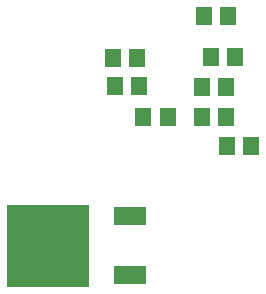
<source format=gtp>
G04 MADE WITH FRITZING*
G04 WWW.FRITZING.ORG*
G04 DOUBLE SIDED*
G04 HOLES PLATED*
G04 CONTOUR ON CENTER OF CONTOUR VECTOR*
%ASAXBY*%
%FSLAX23Y23*%
%MOIN*%
%OFA0B0*%
%SFA1.0B1.0*%
%ADD10R,0.055118X0.059055*%
%ADD11R,0.275591X0.275591*%
%ADD12R,0.106299X0.059055*%
%LNPASTEMASK1*%
G90*
G70*
G54D10*
X734Y800D03*
X815Y800D03*
X870Y503D03*
X789Y503D03*
X706Y701D03*
X787Y701D03*
X408Y798D03*
X488Y798D03*
X497Y702D03*
X417Y702D03*
X591Y600D03*
X510Y600D03*
X705Y601D03*
X786Y601D03*
X711Y937D03*
X791Y937D03*
G54D11*
X191Y171D03*
G54D12*
X465Y269D03*
X465Y73D03*
G04 End of PasteMask1*
M02*
</source>
